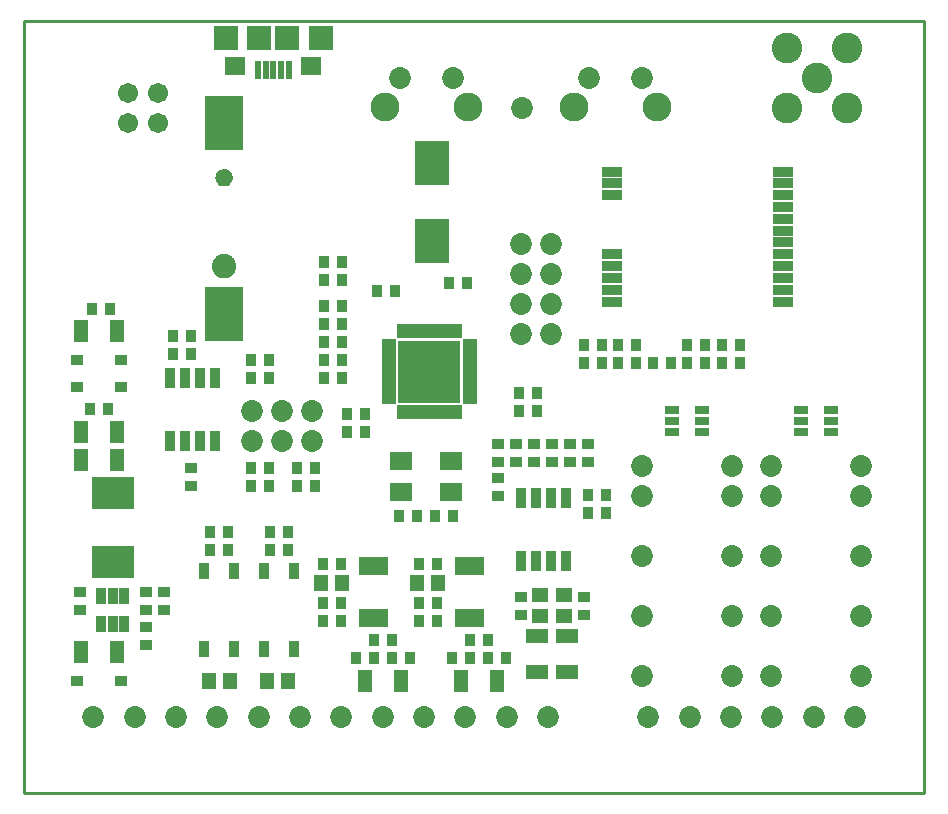
<source format=gbr>
G04 EAGLE Gerber RS-274X export*
G75*
%MOMM*%
%FSLAX34Y34*%
%LPD*%
%INSoldermask Top*%
%IPPOS*%
%AMOC8*
5,1,8,0,0,1.08239X$1,22.5*%
G01*
%ADD10C,2.003200*%
%ADD11C,1.403200*%
%ADD12R,0.965200X1.092200*%
%ADD13C,1.853200*%
%ADD14C,2.603200*%
%ADD15R,1.092200X0.965200*%
%ADD16R,1.219200X1.981200*%
%ADD17R,1.981200X1.219200*%
%ADD18R,1.219200X0.508000*%
%ADD19R,0.508000X1.219200*%
%ADD20R,5.283200X5.283200*%
%ADD21R,0.965200X1.473200*%
%ADD22C,1.711200*%
%ADD23R,1.727200X0.903200*%
%ADD24R,1.219200X1.473200*%
%ADD25R,1.473200X1.219200*%
%ADD26R,1.854200X1.600200*%
%ADD27R,2.003200X2.103200*%
%ADD28R,2.103200X2.103200*%
%ADD29R,1.803200X1.603200*%
%ADD30R,0.603200X1.603200*%
%ADD31C,2.453200*%
%ADD32R,2.997200X3.759200*%
%ADD33R,0.838200X1.346200*%
%ADD34R,3.603200X2.803200*%
%ADD35R,0.503200X1.600200*%
%ADD36R,0.965200X1.727200*%
%ADD37R,3.251200X4.648200*%
%ADD38R,1.219200X0.711200*%
%ADD39C,0.254000*%


D10*
X168910Y446405D03*
D11*
X168910Y521335D03*
D12*
X419100Y323850D03*
X434340Y323850D03*
X72390Y410210D03*
X57150Y410210D03*
X473710Y379730D03*
X488950Y379730D03*
X473710Y364490D03*
X488950Y364490D03*
X547370Y364490D03*
X532130Y364490D03*
X419100Y339090D03*
X434340Y339090D03*
X492760Y237490D03*
X477520Y237490D03*
X492760Y252730D03*
X477520Y252730D03*
X269240Y397510D03*
X254000Y397510D03*
X317500Y234950D03*
X332740Y234950D03*
X363220Y234950D03*
X347980Y234950D03*
X298450Y425450D03*
X313690Y425450D03*
X254000Y351790D03*
X269240Y351790D03*
X273050Y321310D03*
X288290Y321310D03*
D13*
X218440Y298450D03*
X193040Y323850D03*
X193040Y298450D03*
X243840Y323850D03*
X243840Y298450D03*
X218440Y323850D03*
X420370Y388620D03*
X445770Y464820D03*
X445770Y439420D03*
X420370Y464820D03*
X420370Y439420D03*
X420370Y414020D03*
X445770Y414020D03*
X445770Y388620D03*
D14*
X671000Y605790D03*
X645600Y631190D03*
X645600Y580390D03*
X696400Y580390D03*
X696400Y631190D03*
D13*
X443500Y64770D03*
X408500Y64770D03*
X373500Y64770D03*
X338500Y64770D03*
X303500Y64770D03*
X268500Y64770D03*
X233500Y64770D03*
X198500Y64770D03*
X163500Y64770D03*
X128500Y64770D03*
X93500Y64770D03*
X58500Y64770D03*
X703500Y64770D03*
X668500Y64770D03*
X633500Y64770D03*
X598500Y64770D03*
X563500Y64770D03*
X528500Y64770D03*
D15*
X81915Y367030D03*
X45085Y367030D03*
X81915Y95250D03*
X45085Y95250D03*
X81915Y344170D03*
X45085Y344170D03*
D16*
X78740Y391160D03*
X48260Y391160D03*
D17*
X434340Y102870D03*
X434340Y133350D03*
X459740Y102870D03*
X459740Y133350D03*
D18*
X308610Y381870D03*
X308610Y376870D03*
X308610Y371870D03*
X308610Y366870D03*
X308610Y361870D03*
X308610Y356870D03*
X308610Y351870D03*
X308610Y346870D03*
X308610Y341870D03*
X308610Y336870D03*
X308610Y331870D03*
D19*
X317900Y322580D03*
X322900Y322580D03*
X327900Y322580D03*
X332900Y322580D03*
X337900Y322580D03*
X342900Y322580D03*
X347900Y322580D03*
X352900Y322580D03*
X357900Y322580D03*
X362900Y322580D03*
X367900Y322580D03*
D18*
X377190Y331870D03*
X377190Y336870D03*
X377190Y341870D03*
X377190Y346870D03*
X377190Y351870D03*
X377190Y356870D03*
X377190Y361870D03*
X377190Y366870D03*
X377190Y371870D03*
X377190Y376870D03*
X377190Y381870D03*
D19*
X367900Y391160D03*
X362900Y391160D03*
X357900Y391160D03*
X352900Y391160D03*
X347900Y391160D03*
X342900Y391160D03*
X337900Y391160D03*
X332900Y391160D03*
X327900Y391160D03*
X322900Y391160D03*
X317900Y391160D03*
D20*
X342900Y356870D03*
D21*
X152400Y121940D03*
X177800Y121940D03*
X177800Y187940D03*
X152400Y187940D03*
X203200Y121940D03*
X228600Y121940D03*
X228600Y187940D03*
X203200Y187940D03*
D22*
X113700Y567690D03*
X88300Y567690D03*
X113700Y593090D03*
X88300Y593090D03*
D23*
X642620Y416210D03*
X642620Y426210D03*
X642620Y436210D03*
X642620Y446210D03*
X642620Y456210D03*
X642620Y466210D03*
X642620Y476210D03*
X642620Y486210D03*
X642620Y496210D03*
X642620Y506210D03*
X642620Y516210D03*
X642620Y526210D03*
X497840Y526210D03*
X497840Y516210D03*
X497840Y506210D03*
X497840Y456210D03*
X497840Y446210D03*
X497840Y436210D03*
X497840Y426210D03*
X497840Y416210D03*
D12*
X273050Y306070D03*
X288290Y306070D03*
X191770Y351790D03*
X207010Y351790D03*
X207010Y275590D03*
X191770Y275590D03*
X246380Y275590D03*
X231140Y275590D03*
X254000Y382270D03*
X269240Y382270D03*
D24*
X173990Y95250D03*
X156210Y95250D03*
D12*
X172720Y220980D03*
X157480Y220980D03*
D24*
X223520Y95250D03*
X205740Y95250D03*
D12*
X223520Y220980D03*
X208280Y220980D03*
D15*
X462280Y295910D03*
X462280Y280670D03*
X477520Y295910D03*
X477520Y280670D03*
D12*
X254000Y367030D03*
X269240Y367030D03*
D15*
X431800Y295910D03*
X431800Y280670D03*
X447040Y295910D03*
X447040Y280670D03*
X416560Y295910D03*
X416560Y280670D03*
X473710Y151130D03*
X473710Y166370D03*
D25*
X457200Y149860D03*
X457200Y167640D03*
X436880Y149860D03*
X436880Y167640D03*
D15*
X420370Y151130D03*
X420370Y166370D03*
D12*
X590550Y364490D03*
X605790Y364490D03*
X269240Y449580D03*
X254000Y449580D03*
X269240Y434340D03*
X254000Y434340D03*
X269240Y412750D03*
X254000Y412750D03*
X605790Y379730D03*
X590550Y379730D03*
X561340Y364490D03*
X576580Y364490D03*
X576580Y379730D03*
X561340Y379730D03*
X518160Y364490D03*
X502920Y364490D03*
X518160Y379730D03*
X502920Y379730D03*
D26*
X319405Y254635D03*
X361315Y254635D03*
X361315Y281305D03*
X319405Y281305D03*
D27*
X251000Y639550D03*
D28*
X223000Y639550D03*
D27*
X171000Y639550D03*
D28*
X199000Y639550D03*
D29*
X243000Y615550D03*
X179000Y615550D03*
D30*
X211000Y612550D03*
X217500Y612550D03*
X224000Y612550D03*
X204500Y612550D03*
X198000Y612550D03*
D13*
X363500Y605790D03*
X318500Y605790D03*
D31*
X376000Y580790D03*
X306000Y580790D03*
D13*
X523500Y605790D03*
X478500Y605790D03*
D31*
X536000Y580790D03*
X466000Y580790D03*
D32*
X345440Y467360D03*
X345440Y533400D03*
D12*
X359410Y431800D03*
X374650Y431800D03*
D33*
X65430Y142875D03*
X74930Y142875D03*
X84430Y142875D03*
X84430Y167005D03*
X74930Y167005D03*
X65430Y167005D03*
D16*
X48260Y119380D03*
X78740Y119380D03*
X48260Y281940D03*
X78740Y281940D03*
X48260Y306070D03*
X78740Y306070D03*
D34*
X74930Y253790D03*
X74930Y195790D03*
D15*
X46990Y170180D03*
X46990Y154940D03*
D12*
X55880Y325120D03*
X71120Y325120D03*
D15*
X102870Y125730D03*
X102870Y140970D03*
X118110Y170180D03*
X118110Y154940D03*
X102870Y154940D03*
X102870Y170180D03*
D12*
X377190Y129540D03*
X392430Y129540D03*
X361950Y114300D03*
X377190Y114300D03*
X407670Y114300D03*
X392430Y114300D03*
D16*
X400050Y95250D03*
X369570Y95250D03*
D12*
X172720Y205740D03*
X157480Y205740D03*
X223520Y205740D03*
X208280Y205740D03*
X334010Y161290D03*
X349250Y161290D03*
X334010Y146050D03*
X349250Y146050D03*
D15*
X401320Y266700D03*
X401320Y251460D03*
X401320Y280670D03*
X401320Y295910D03*
D12*
X349250Y194310D03*
X334010Y194310D03*
D24*
X332740Y177800D03*
X350520Y177800D03*
D16*
X288290Y95250D03*
X318770Y95250D03*
D12*
X311150Y114300D03*
X326390Y114300D03*
X295910Y114300D03*
X280670Y114300D03*
X295910Y129540D03*
X311150Y129540D03*
X252730Y146050D03*
X267970Y146050D03*
X252730Y161290D03*
X267970Y161290D03*
D24*
X251460Y177800D03*
X269240Y177800D03*
D12*
X267970Y194310D03*
X252730Y194310D03*
D35*
X305910Y192405D03*
X300910Y192405D03*
X295910Y192405D03*
X290910Y192405D03*
X285910Y192405D03*
X285910Y147955D03*
X290910Y147955D03*
X295910Y147955D03*
X300910Y147955D03*
X305910Y147955D03*
X387190Y192405D03*
X382190Y192405D03*
X377190Y192405D03*
X372190Y192405D03*
X367190Y192405D03*
X367190Y147955D03*
X372190Y147955D03*
X377190Y147955D03*
X382190Y147955D03*
X387190Y147955D03*
D36*
X458470Y250190D03*
X445770Y250190D03*
X433070Y250190D03*
X420370Y250190D03*
X420370Y196850D03*
X433070Y196850D03*
X445770Y196850D03*
X458470Y196850D03*
D12*
X191770Y260350D03*
X207010Y260350D03*
X231140Y260350D03*
X246380Y260350D03*
D36*
X161290Y351790D03*
X148590Y351790D03*
X135890Y351790D03*
X123190Y351790D03*
X123190Y298450D03*
X135890Y298450D03*
X148590Y298450D03*
X161290Y298450D03*
D15*
X140970Y260350D03*
X140970Y275590D03*
D12*
X125730Y387350D03*
X140970Y387350D03*
X125730Y372110D03*
X140970Y372110D03*
X207010Y367030D03*
X191770Y367030D03*
D37*
X168910Y567055D03*
X168910Y405765D03*
D38*
X548640Y324460D03*
X548640Y314960D03*
X548640Y305460D03*
X574040Y305460D03*
X574040Y314960D03*
X574040Y324460D03*
X657860Y324460D03*
X657860Y314960D03*
X657860Y305460D03*
X683260Y305460D03*
X683260Y314960D03*
X683260Y324460D03*
D13*
X523240Y276860D03*
X599440Y149860D03*
X599440Y276860D03*
X523240Y149860D03*
X523240Y200660D03*
X599440Y200660D03*
X523240Y99060D03*
X599440Y99060D03*
X523240Y251460D03*
X599440Y251460D03*
X632460Y276860D03*
X708660Y149860D03*
X708660Y276860D03*
X632460Y149860D03*
X632460Y200660D03*
X708660Y200660D03*
X632460Y99060D03*
X708660Y99060D03*
X632460Y251460D03*
X708660Y251460D03*
X421640Y580390D03*
D39*
X0Y0D02*
X762000Y0D01*
X762000Y654050D01*
X0Y654050D01*
X0Y0D01*
X177910Y446012D02*
X177842Y445229D01*
X177705Y444455D01*
X177502Y443696D01*
X177233Y442958D01*
X176901Y442245D01*
X176508Y441565D01*
X176057Y440921D01*
X175552Y440319D01*
X174996Y439763D01*
X174394Y439258D01*
X173750Y438807D01*
X173070Y438414D01*
X172357Y438082D01*
X171619Y437813D01*
X170860Y437610D01*
X170086Y437474D01*
X169303Y437405D01*
X168517Y437405D01*
X167734Y437474D01*
X166960Y437610D01*
X166201Y437813D01*
X165463Y438082D01*
X164750Y438414D01*
X164070Y438807D01*
X163426Y439258D01*
X162824Y439763D01*
X162268Y440319D01*
X161763Y440921D01*
X161312Y441565D01*
X160919Y442245D01*
X160587Y442958D01*
X160318Y443696D01*
X160115Y444455D01*
X159979Y445229D01*
X159910Y446012D01*
X159910Y446798D01*
X159979Y447581D01*
X160115Y448355D01*
X160318Y449114D01*
X160587Y449852D01*
X160919Y450565D01*
X161312Y451245D01*
X161763Y451889D01*
X162268Y452491D01*
X162824Y453047D01*
X163426Y453552D01*
X164070Y454003D01*
X164750Y454396D01*
X165463Y454728D01*
X166201Y454997D01*
X166960Y455200D01*
X167734Y455337D01*
X168517Y455405D01*
X169303Y455405D01*
X170086Y455337D01*
X170860Y455200D01*
X171619Y454997D01*
X172357Y454728D01*
X173070Y454396D01*
X173750Y454003D01*
X174394Y453552D01*
X174996Y453047D01*
X175552Y452491D01*
X176057Y451889D01*
X176508Y451245D01*
X176901Y450565D01*
X177233Y449852D01*
X177502Y449114D01*
X177705Y448355D01*
X177842Y447581D01*
X177910Y446798D01*
X177910Y446012D01*
X174910Y520998D02*
X174835Y520328D01*
X174685Y519671D01*
X174462Y519035D01*
X174170Y518428D01*
X173811Y517858D01*
X173391Y517331D01*
X172914Y516854D01*
X172388Y516434D01*
X171817Y516075D01*
X171210Y515783D01*
X170574Y515560D01*
X169917Y515410D01*
X169247Y515335D01*
X168573Y515335D01*
X167903Y515410D01*
X167246Y515560D01*
X166610Y515783D01*
X166003Y516075D01*
X165433Y516434D01*
X164906Y516854D01*
X164429Y517331D01*
X164009Y517858D01*
X163650Y518428D01*
X163358Y519035D01*
X163135Y519671D01*
X162985Y520328D01*
X162910Y520998D01*
X162910Y521672D01*
X162985Y522342D01*
X163135Y522999D01*
X163358Y523635D01*
X163650Y524242D01*
X164009Y524813D01*
X164429Y525339D01*
X164906Y525816D01*
X165433Y526236D01*
X166003Y526595D01*
X166610Y526887D01*
X167246Y527110D01*
X167903Y527260D01*
X168573Y527335D01*
X169247Y527335D01*
X169917Y527260D01*
X170574Y527110D01*
X171210Y526887D01*
X171817Y526595D01*
X172388Y526236D01*
X172914Y525816D01*
X173391Y525339D01*
X173811Y524813D01*
X174170Y524242D01*
X174462Y523635D01*
X174685Y522999D01*
X174835Y522342D01*
X174910Y521672D01*
X174910Y520998D01*
M02*

</source>
